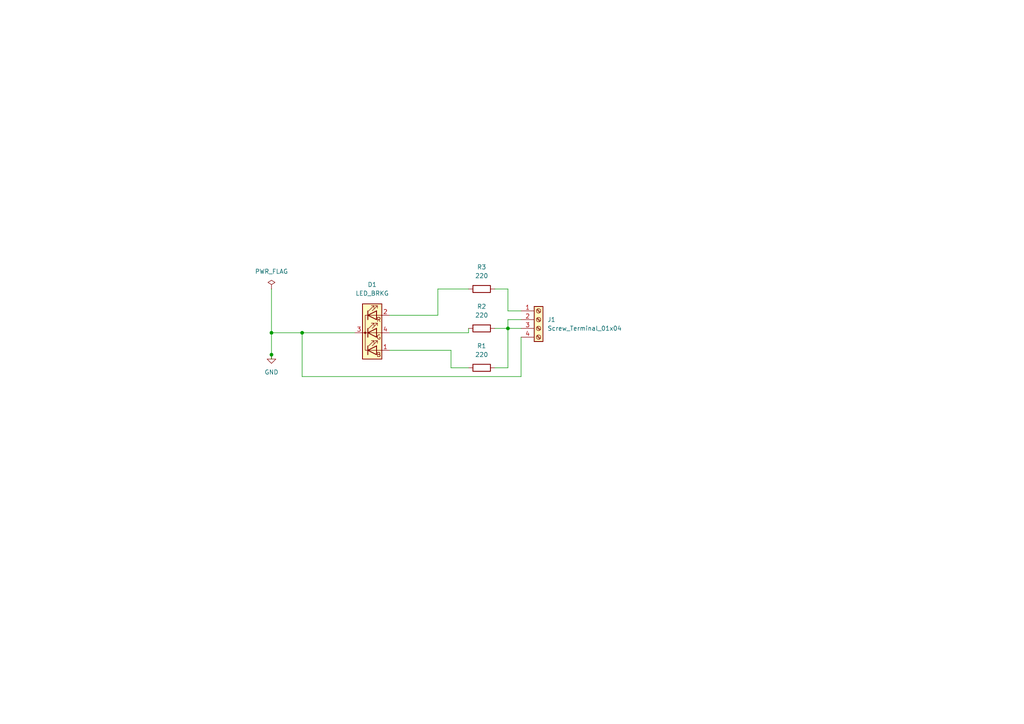
<source format=kicad_sch>
(kicad_sch
	(version 20250114)
	(generator "eeschema")
	(generator_version "9.0")
	(uuid "ff90f4b6-9288-4340-9611-f3d9b6843ac3")
	(paper "A4")
	(lib_symbols
		(symbol "Connector:Screw_Terminal_01x04"
			(pin_names
				(offset 1.016)
				(hide yes)
			)
			(exclude_from_sim no)
			(in_bom yes)
			(on_board yes)
			(property "Reference" "J"
				(at 0 5.08 0)
				(effects
					(font
						(size 1.27 1.27)
					)
				)
			)
			(property "Value" "Screw_Terminal_01x04"
				(at 0 -7.62 0)
				(effects
					(font
						(size 1.27 1.27)
					)
				)
			)
			(property "Footprint" ""
				(at 0 0 0)
				(effects
					(font
						(size 1.27 1.27)
					)
					(hide yes)
				)
			)
			(property "Datasheet" "~"
				(at 0 0 0)
				(effects
					(font
						(size 1.27 1.27)
					)
					(hide yes)
				)
			)
			(property "Description" "Generic screw terminal, single row, 01x04, script generated (kicad-library-utils/schlib/autogen/connector/)"
				(at 0 0 0)
				(effects
					(font
						(size 1.27 1.27)
					)
					(hide yes)
				)
			)
			(property "ki_keywords" "screw terminal"
				(at 0 0 0)
				(effects
					(font
						(size 1.27 1.27)
					)
					(hide yes)
				)
			)
			(property "ki_fp_filters" "TerminalBlock*:*"
				(at 0 0 0)
				(effects
					(font
						(size 1.27 1.27)
					)
					(hide yes)
				)
			)
			(symbol "Screw_Terminal_01x04_1_1"
				(rectangle
					(start -1.27 3.81)
					(end 1.27 -6.35)
					(stroke
						(width 0.254)
						(type default)
					)
					(fill
						(type background)
					)
				)
				(polyline
					(pts
						(xy -0.5334 2.8702) (xy 0.3302 2.032)
					)
					(stroke
						(width 0.1524)
						(type default)
					)
					(fill
						(type none)
					)
				)
				(polyline
					(pts
						(xy -0.5334 0.3302) (xy 0.3302 -0.508)
					)
					(stroke
						(width 0.1524)
						(type default)
					)
					(fill
						(type none)
					)
				)
				(polyline
					(pts
						(xy -0.5334 -2.2098) (xy 0.3302 -3.048)
					)
					(stroke
						(width 0.1524)
						(type default)
					)
					(fill
						(type none)
					)
				)
				(polyline
					(pts
						(xy -0.5334 -4.7498) (xy 0.3302 -5.588)
					)
					(stroke
						(width 0.1524)
						(type default)
					)
					(fill
						(type none)
					)
				)
				(polyline
					(pts
						(xy -0.3556 3.048) (xy 0.508 2.2098)
					)
					(stroke
						(width 0.1524)
						(type default)
					)
					(fill
						(type none)
					)
				)
				(polyline
					(pts
						(xy -0.3556 0.508) (xy 0.508 -0.3302)
					)
					(stroke
						(width 0.1524)
						(type default)
					)
					(fill
						(type none)
					)
				)
				(polyline
					(pts
						(xy -0.3556 -2.032) (xy 0.508 -2.8702)
					)
					(stroke
						(width 0.1524)
						(type default)
					)
					(fill
						(type none)
					)
				)
				(polyline
					(pts
						(xy -0.3556 -4.572) (xy 0.508 -5.4102)
					)
					(stroke
						(width 0.1524)
						(type default)
					)
					(fill
						(type none)
					)
				)
				(circle
					(center 0 2.54)
					(radius 0.635)
					(stroke
						(width 0.1524)
						(type default)
					)
					(fill
						(type none)
					)
				)
				(circle
					(center 0 0)
					(radius 0.635)
					(stroke
						(width 0.1524)
						(type default)
					)
					(fill
						(type none)
					)
				)
				(circle
					(center 0 -2.54)
					(radius 0.635)
					(stroke
						(width 0.1524)
						(type default)
					)
					(fill
						(type none)
					)
				)
				(circle
					(center 0 -5.08)
					(radius 0.635)
					(stroke
						(width 0.1524)
						(type default)
					)
					(fill
						(type none)
					)
				)
				(pin passive line
					(at -5.08 2.54 0)
					(length 3.81)
					(name "Pin_1"
						(effects
							(font
								(size 1.27 1.27)
							)
						)
					)
					(number "1"
						(effects
							(font
								(size 1.27 1.27)
							)
						)
					)
				)
				(pin passive line
					(at -5.08 0 0)
					(length 3.81)
					(name "Pin_2"
						(effects
							(font
								(size 1.27 1.27)
							)
						)
					)
					(number "2"
						(effects
							(font
								(size 1.27 1.27)
							)
						)
					)
				)
				(pin passive line
					(at -5.08 -2.54 0)
					(length 3.81)
					(name "Pin_3"
						(effects
							(font
								(size 1.27 1.27)
							)
						)
					)
					(number "3"
						(effects
							(font
								(size 1.27 1.27)
							)
						)
					)
				)
				(pin passive line
					(at -5.08 -5.08 0)
					(length 3.81)
					(name "Pin_4"
						(effects
							(font
								(size 1.27 1.27)
							)
						)
					)
					(number "4"
						(effects
							(font
								(size 1.27 1.27)
							)
						)
					)
				)
			)
			(embedded_fonts no)
		)
		(symbol "Device:LED_BRKG"
			(pin_names
				(offset 0)
				(hide yes)
			)
			(exclude_from_sim no)
			(in_bom yes)
			(on_board yes)
			(property "Reference" "D"
				(at 0 9.398 0)
				(effects
					(font
						(size 1.27 1.27)
					)
				)
			)
			(property "Value" "LED_BRKG"
				(at 0 -8.89 0)
				(effects
					(font
						(size 1.27 1.27)
					)
				)
			)
			(property "Footprint" ""
				(at 0 -1.27 0)
				(effects
					(font
						(size 1.27 1.27)
					)
					(hide yes)
				)
			)
			(property "Datasheet" "~"
				(at 0 -1.27 0)
				(effects
					(font
						(size 1.27 1.27)
					)
					(hide yes)
				)
			)
			(property "Description" "RGB LED, blue/red/cathode/green"
				(at 0 0 0)
				(effects
					(font
						(size 1.27 1.27)
					)
					(hide yes)
				)
			)
			(property "ki_keywords" "LED RGB diode"
				(at 0 0 0)
				(effects
					(font
						(size 1.27 1.27)
					)
					(hide yes)
				)
			)
			(property "ki_fp_filters" "LED* LED_SMD:* LED_THT:*"
				(at 0 0 0)
				(effects
					(font
						(size 1.27 1.27)
					)
					(hide yes)
				)
			)
			(symbol "LED_BRKG_0_0"
				(text "R"
					(at 1.905 3.81 0)
					(effects
						(font
							(size 1.27 1.27)
						)
					)
				)
				(text "G"
					(at 1.905 -1.27 0)
					(effects
						(font
							(size 1.27 1.27)
						)
					)
				)
				(text "B"
					(at 1.905 -6.35 0)
					(effects
						(font
							(size 1.27 1.27)
						)
					)
				)
			)
			(symbol "LED_BRKG_0_1"
				(circle
					(center -2.032 0)
					(radius 0.254)
					(stroke
						(width 0)
						(type default)
					)
					(fill
						(type outline)
					)
				)
				(polyline
					(pts
						(xy -1.27 6.35) (xy -1.27 3.81)
					)
					(stroke
						(width 0.254)
						(type default)
					)
					(fill
						(type none)
					)
				)
				(polyline
					(pts
						(xy -1.27 6.35) (xy -1.27 3.81) (xy -1.27 3.81)
					)
					(stroke
						(width 0)
						(type default)
					)
					(fill
						(type none)
					)
				)
				(polyline
					(pts
						(xy -1.27 5.08) (xy 1.27 5.08)
					)
					(stroke
						(width 0)
						(type default)
					)
					(fill
						(type none)
					)
				)
				(polyline
					(pts
						(xy -1.27 5.08) (xy -2.032 5.08) (xy -2.032 -5.08) (xy -1.016 -5.08)
					)
					(stroke
						(width 0)
						(type default)
					)
					(fill
						(type none)
					)
				)
				(polyline
					(pts
						(xy -1.27 1.27) (xy -1.27 -1.27)
					)
					(stroke
						(width 0.254)
						(type default)
					)
					(fill
						(type none)
					)
				)
				(polyline
					(pts
						(xy -1.27 1.27) (xy -1.27 -1.27) (xy -1.27 -1.27)
					)
					(stroke
						(width 0)
						(type default)
					)
					(fill
						(type none)
					)
				)
				(polyline
					(pts
						(xy -1.27 0) (xy -2.54 0)
					)
					(stroke
						(width 0)
						(type default)
					)
					(fill
						(type none)
					)
				)
				(polyline
					(pts
						(xy -1.27 -3.81) (xy -1.27 -6.35)
					)
					(stroke
						(width 0.254)
						(type default)
					)
					(fill
						(type none)
					)
				)
				(polyline
					(pts
						(xy -1.27 -5.08) (xy 1.27 -5.08)
					)
					(stroke
						(width 0)
						(type default)
					)
					(fill
						(type none)
					)
				)
				(polyline
					(pts
						(xy -1.016 6.35) (xy 0.508 7.874) (xy -0.254 7.874) (xy 0.508 7.874) (xy 0.508 7.112)
					)
					(stroke
						(width 0)
						(type default)
					)
					(fill
						(type none)
					)
				)
				(polyline
					(pts
						(xy -1.016 1.27) (xy 0.508 2.794) (xy -0.254 2.794) (xy 0.508 2.794) (xy 0.508 2.032)
					)
					(stroke
						(width 0)
						(type default)
					)
					(fill
						(type none)
					)
				)
				(polyline
					(pts
						(xy -1.016 -3.81) (xy 0.508 -2.286) (xy -0.254 -2.286) (xy 0.508 -2.286) (xy 0.508 -3.048)
					)
					(stroke
						(width 0)
						(type default)
					)
					(fill
						(type none)
					)
				)
				(polyline
					(pts
						(xy 0 6.35) (xy 1.524 7.874) (xy 0.762 7.874) (xy 1.524 7.874) (xy 1.524 7.112)
					)
					(stroke
						(width 0)
						(type default)
					)
					(fill
						(type none)
					)
				)
				(polyline
					(pts
						(xy 0 1.27) (xy 1.524 2.794) (xy 0.762 2.794) (xy 1.524 2.794) (xy 1.524 2.032)
					)
					(stroke
						(width 0)
						(type default)
					)
					(fill
						(type none)
					)
				)
				(polyline
					(pts
						(xy 0 -3.81) (xy 1.524 -2.286) (xy 0.762 -2.286) (xy 1.524 -2.286) (xy 1.524 -3.048)
					)
					(stroke
						(width 0)
						(type default)
					)
					(fill
						(type none)
					)
				)
				(polyline
					(pts
						(xy 1.27 6.35) (xy 1.27 3.81) (xy -1.27 5.08) (xy 1.27 6.35)
					)
					(stroke
						(width 0.254)
						(type default)
					)
					(fill
						(type none)
					)
				)
				(rectangle
					(start 1.27 6.35)
					(end 1.27 6.35)
					(stroke
						(width 0)
						(type default)
					)
					(fill
						(type none)
					)
				)
				(polyline
					(pts
						(xy 1.27 5.08) (xy 2.54 5.08)
					)
					(stroke
						(width 0)
						(type default)
					)
					(fill
						(type none)
					)
				)
				(rectangle
					(start 1.27 3.81)
					(end 1.27 6.35)
					(stroke
						(width 0)
						(type default)
					)
					(fill
						(type none)
					)
				)
				(polyline
					(pts
						(xy 1.27 1.27) (xy 1.27 -1.27) (xy -1.27 0) (xy 1.27 1.27)
					)
					(stroke
						(width 0.254)
						(type default)
					)
					(fill
						(type none)
					)
				)
				(rectangle
					(start 1.27 1.27)
					(end 1.27 1.27)
					(stroke
						(width 0)
						(type default)
					)
					(fill
						(type none)
					)
				)
				(polyline
					(pts
						(xy 1.27 0) (xy -1.27 0)
					)
					(stroke
						(width 0)
						(type default)
					)
					(fill
						(type none)
					)
				)
				(polyline
					(pts
						(xy 1.27 0) (xy 2.54 0)
					)
					(stroke
						(width 0)
						(type default)
					)
					(fill
						(type none)
					)
				)
				(rectangle
					(start 1.27 -1.27)
					(end 1.27 1.27)
					(stroke
						(width 0)
						(type default)
					)
					(fill
						(type none)
					)
				)
				(polyline
					(pts
						(xy 1.27 -3.81) (xy 1.27 -6.35) (xy -1.27 -5.08) (xy 1.27 -3.81)
					)
					(stroke
						(width 0.254)
						(type default)
					)
					(fill
						(type none)
					)
				)
				(polyline
					(pts
						(xy 1.27 -5.08) (xy 2.54 -5.08)
					)
					(stroke
						(width 0)
						(type default)
					)
					(fill
						(type none)
					)
				)
				(rectangle
					(start 2.794 8.382)
					(end -2.794 -7.62)
					(stroke
						(width 0.254)
						(type default)
					)
					(fill
						(type background)
					)
				)
			)
			(symbol "LED_BRKG_1_1"
				(pin passive line
					(at -5.08 0 0)
					(length 2.54)
					(name "K"
						(effects
							(font
								(size 1.27 1.27)
							)
						)
					)
					(number "3"
						(effects
							(font
								(size 1.27 1.27)
							)
						)
					)
				)
				(pin passive line
					(at 5.08 5.08 180)
					(length 2.54)
					(name "RA"
						(effects
							(font
								(size 1.27 1.27)
							)
						)
					)
					(number "2"
						(effects
							(font
								(size 1.27 1.27)
							)
						)
					)
				)
				(pin passive line
					(at 5.08 0 180)
					(length 2.54)
					(name "GA"
						(effects
							(font
								(size 1.27 1.27)
							)
						)
					)
					(number "4"
						(effects
							(font
								(size 1.27 1.27)
							)
						)
					)
				)
				(pin passive line
					(at 5.08 -5.08 180)
					(length 2.54)
					(name "BA"
						(effects
							(font
								(size 1.27 1.27)
							)
						)
					)
					(number "1"
						(effects
							(font
								(size 1.27 1.27)
							)
						)
					)
				)
			)
			(embedded_fonts no)
		)
		(symbol "Device:R"
			(pin_numbers
				(hide yes)
			)
			(pin_names
				(offset 0)
			)
			(exclude_from_sim no)
			(in_bom yes)
			(on_board yes)
			(property "Reference" "R"
				(at 2.032 0 90)
				(effects
					(font
						(size 1.27 1.27)
					)
				)
			)
			(property "Value" "R"
				(at 0 0 90)
				(effects
					(font
						(size 1.27 1.27)
					)
				)
			)
			(property "Footprint" ""
				(at -1.778 0 90)
				(effects
					(font
						(size 1.27 1.27)
					)
					(hide yes)
				)
			)
			(property "Datasheet" "~"
				(at 0 0 0)
				(effects
					(font
						(size 1.27 1.27)
					)
					(hide yes)
				)
			)
			(property "Description" "Resistor"
				(at 0 0 0)
				(effects
					(font
						(size 1.27 1.27)
					)
					(hide yes)
				)
			)
			(property "ki_keywords" "R res resistor"
				(at 0 0 0)
				(effects
					(font
						(size 1.27 1.27)
					)
					(hide yes)
				)
			)
			(property "ki_fp_filters" "R_*"
				(at 0 0 0)
				(effects
					(font
						(size 1.27 1.27)
					)
					(hide yes)
				)
			)
			(symbol "R_0_1"
				(rectangle
					(start -1.016 -2.54)
					(end 1.016 2.54)
					(stroke
						(width 0.254)
						(type default)
					)
					(fill
						(type none)
					)
				)
			)
			(symbol "R_1_1"
				(pin passive line
					(at 0 3.81 270)
					(length 1.27)
					(name "~"
						(effects
							(font
								(size 1.27 1.27)
							)
						)
					)
					(number "1"
						(effects
							(font
								(size 1.27 1.27)
							)
						)
					)
				)
				(pin passive line
					(at 0 -3.81 90)
					(length 1.27)
					(name "~"
						(effects
							(font
								(size 1.27 1.27)
							)
						)
					)
					(number "2"
						(effects
							(font
								(size 1.27 1.27)
							)
						)
					)
				)
			)
			(embedded_fonts no)
		)
		(symbol "power:GND"
			(power)
			(pin_numbers
				(hide yes)
			)
			(pin_names
				(offset 0)
				(hide yes)
			)
			(exclude_from_sim no)
			(in_bom yes)
			(on_board yes)
			(property "Reference" "#PWR"
				(at 0 -6.35 0)
				(effects
					(font
						(size 1.27 1.27)
					)
					(hide yes)
				)
			)
			(property "Value" "GND"
				(at 0 -3.81 0)
				(effects
					(font
						(size 1.27 1.27)
					)
				)
			)
			(property "Footprint" ""
				(at 0 0 0)
				(effects
					(font
						(size 1.27 1.27)
					)
					(hide yes)
				)
			)
			(property "Datasheet" ""
				(at 0 0 0)
				(effects
					(font
						(size 1.27 1.27)
					)
					(hide yes)
				)
			)
			(property "Description" "Power symbol creates a global label with name \"GND\" , ground"
				(at 0 0 0)
				(effects
					(font
						(size 1.27 1.27)
					)
					(hide yes)
				)
			)
			(property "ki_keywords" "global power"
				(at 0 0 0)
				(effects
					(font
						(size 1.27 1.27)
					)
					(hide yes)
				)
			)
			(symbol "GND_0_1"
				(polyline
					(pts
						(xy 0 0) (xy 0 -1.27) (xy 1.27 -1.27) (xy 0 -2.54) (xy -1.27 -1.27) (xy 0 -1.27)
					)
					(stroke
						(width 0)
						(type default)
					)
					(fill
						(type none)
					)
				)
			)
			(symbol "GND_1_1"
				(pin power_in line
					(at 0 0 270)
					(length 0)
					(name "~"
						(effects
							(font
								(size 1.27 1.27)
							)
						)
					)
					(number "1"
						(effects
							(font
								(size 1.27 1.27)
							)
						)
					)
				)
			)
			(embedded_fonts no)
		)
		(symbol "power:PWR_FLAG"
			(power)
			(pin_numbers
				(hide yes)
			)
			(pin_names
				(offset 0)
				(hide yes)
			)
			(exclude_from_sim no)
			(in_bom yes)
			(on_board yes)
			(property "Reference" "#FLG"
				(at 0 1.905 0)
				(effects
					(font
						(size 1.27 1.27)
					)
					(hide yes)
				)
			)
			(property "Value" "PWR_FLAG"
				(at 0 3.81 0)
				(effects
					(font
						(size 1.27 1.27)
					)
				)
			)
			(property "Footprint" ""
				(at 0 0 0)
				(effects
					(font
						(size 1.27 1.27)
					)
					(hide yes)
				)
			)
			(property "Datasheet" "~"
				(at 0 0 0)
				(effects
					(font
						(size 1.27 1.27)
					)
					(hide yes)
				)
			)
			(property "Description" "Special symbol for telling ERC where power comes from"
				(at 0 0 0)
				(effects
					(font
						(size 1.27 1.27)
					)
					(hide yes)
				)
			)
			(property "ki_keywords" "flag power"
				(at 0 0 0)
				(effects
					(font
						(size 1.27 1.27)
					)
					(hide yes)
				)
			)
			(symbol "PWR_FLAG_0_0"
				(pin power_out line
					(at 0 0 90)
					(length 0)
					(name "~"
						(effects
							(font
								(size 1.27 1.27)
							)
						)
					)
					(number "1"
						(effects
							(font
								(size 1.27 1.27)
							)
						)
					)
				)
			)
			(symbol "PWR_FLAG_0_1"
				(polyline
					(pts
						(xy 0 0) (xy 0 1.27) (xy -1.016 1.905) (xy 0 2.54) (xy 1.016 1.905) (xy 0 1.27)
					)
					(stroke
						(width 0)
						(type default)
					)
					(fill
						(type none)
					)
				)
			)
			(embedded_fonts no)
		)
	)
	(junction
		(at 78.74 96.52)
		(diameter 0)
		(color 0 0 0 0)
		(uuid "5b26f1ff-58d5-4e88-bf3a-b505568085d3")
	)
	(junction
		(at 147.32 95.25)
		(diameter 0)
		(color 0 0 0 0)
		(uuid "7ffd39f1-be30-4616-ad24-385be80a5495")
	)
	(junction
		(at 87.63 96.52)
		(diameter 0)
		(color 0 0 0 0)
		(uuid "88d3430d-9e49-41ac-b57b-d82a7ead4a83")
	)
	(junction
		(at 78.74 102.87)
		(diameter 0)
		(color 0 0 0 0)
		(uuid "da7d2f34-76b1-4d0b-bdc3-c9eec928c35c")
	)
	(wire
		(pts
			(xy 151.13 97.79) (xy 151.13 109.22)
		)
		(stroke
			(width 0)
			(type default)
		)
		(uuid "036fcaf9-65a1-4615-a0c0-87224308f2cf")
	)
	(wire
		(pts
			(xy 151.13 109.22) (xy 87.63 109.22)
		)
		(stroke
			(width 0)
			(type default)
		)
		(uuid "06b48201-5821-47b6-a992-e6934a7fe365")
	)
	(wire
		(pts
			(xy 87.63 109.22) (xy 87.63 96.52)
		)
		(stroke
			(width 0)
			(type default)
		)
		(uuid "0b387b7e-5e2f-48cd-a0ff-6f31d10a5712")
	)
	(wire
		(pts
			(xy 147.32 95.25) (xy 147.32 106.68)
		)
		(stroke
			(width 0)
			(type default)
		)
		(uuid "113d2eef-275f-45ef-ac5c-5b96421b07f5")
	)
	(wire
		(pts
			(xy 113.03 96.52) (xy 135.89 96.52)
		)
		(stroke
			(width 0)
			(type default)
		)
		(uuid "1beebf54-a13b-4069-a161-71eca7dabf4e")
	)
	(wire
		(pts
			(xy 147.32 90.17) (xy 151.13 90.17)
		)
		(stroke
			(width 0)
			(type default)
		)
		(uuid "1cd27eab-dd6f-4231-93b2-5f11c2cf5a9b")
	)
	(wire
		(pts
			(xy 143.51 83.82) (xy 147.32 83.82)
		)
		(stroke
			(width 0)
			(type default)
		)
		(uuid "1fa4935d-42d2-48dc-a3dc-e08ca7f1e007")
	)
	(wire
		(pts
			(xy 130.81 101.6) (xy 130.81 106.68)
		)
		(stroke
			(width 0)
			(type default)
		)
		(uuid "29208a5d-4bf2-40af-ab5e-d08fc4477ef1")
	)
	(wire
		(pts
			(xy 147.32 106.68) (xy 143.51 106.68)
		)
		(stroke
			(width 0)
			(type default)
		)
		(uuid "32ab883f-7be6-4a85-a082-26e330db220c")
	)
	(wire
		(pts
			(xy 87.63 96.52) (xy 102.87 96.52)
		)
		(stroke
			(width 0)
			(type default)
		)
		(uuid "398aca63-aa8d-445e-aae1-f8298becc806")
	)
	(wire
		(pts
			(xy 135.89 96.52) (xy 135.89 95.25)
		)
		(stroke
			(width 0)
			(type default)
		)
		(uuid "63fd4ec0-472c-4c78-97e6-5b326208425b")
	)
	(wire
		(pts
			(xy 78.74 102.87) (xy 78.74 104.14)
		)
		(stroke
			(width 0)
			(type default)
		)
		(uuid "653c0778-5468-41b8-971e-ba788bfbe9c6")
	)
	(wire
		(pts
			(xy 127 83.82) (xy 135.89 83.82)
		)
		(stroke
			(width 0)
			(type default)
		)
		(uuid "6888c157-b4ce-4cf4-8d0e-adf20ed03b9a")
	)
	(wire
		(pts
			(xy 113.03 91.44) (xy 127 91.44)
		)
		(stroke
			(width 0)
			(type default)
		)
		(uuid "80bf5705-b4ea-4ab4-a674-17f6288742c4")
	)
	(wire
		(pts
			(xy 127 91.44) (xy 127 83.82)
		)
		(stroke
			(width 0)
			(type default)
		)
		(uuid "882bc998-577b-4f42-94da-e4d5d16a10de")
	)
	(wire
		(pts
			(xy 143.51 95.25) (xy 147.32 95.25)
		)
		(stroke
			(width 0)
			(type default)
		)
		(uuid "886306cc-ca39-415f-ae91-72b7a647ccd5")
	)
	(wire
		(pts
			(xy 147.32 92.71) (xy 151.13 92.71)
		)
		(stroke
			(width 0)
			(type default)
		)
		(uuid "96e17863-2321-42c6-b456-012fa19a7d70")
	)
	(wire
		(pts
			(xy 78.74 83.82) (xy 78.74 96.52)
		)
		(stroke
			(width 0)
			(type default)
		)
		(uuid "9f1c0192-c471-45b0-95de-e579adbd0c6b")
	)
	(wire
		(pts
			(xy 78.74 96.52) (xy 87.63 96.52)
		)
		(stroke
			(width 0)
			(type default)
		)
		(uuid "a1445285-3f21-4873-8aec-0e130f98268f")
	)
	(wire
		(pts
			(xy 78.74 96.52) (xy 78.74 102.87)
		)
		(stroke
			(width 0)
			(type default)
		)
		(uuid "afa8f546-4ab7-4a2a-beb9-159536dc1baa")
	)
	(wire
		(pts
			(xy 113.03 101.6) (xy 130.81 101.6)
		)
		(stroke
			(width 0)
			(type default)
		)
		(uuid "b2869618-4f39-46fe-98fe-a418537bc7c2")
	)
	(wire
		(pts
			(xy 147.32 83.82) (xy 147.32 90.17)
		)
		(stroke
			(width 0)
			(type default)
		)
		(uuid "c6ba8583-d1e7-4109-b0c4-38efb84e4da4")
	)
	(wire
		(pts
			(xy 151.13 95.25) (xy 147.32 95.25)
		)
		(stroke
			(width 0)
			(type default)
		)
		(uuid "cd3fd932-3116-434c-9973-91eb711ce636")
	)
	(wire
		(pts
			(xy 130.81 106.68) (xy 135.89 106.68)
		)
		(stroke
			(width 0)
			(type default)
		)
		(uuid "cff1f7de-62d4-445e-8dac-39b7f54d4aa0")
	)
	(wire
		(pts
			(xy 147.32 95.25) (xy 147.32 92.71)
		)
		(stroke
			(width 0)
			(type default)
		)
		(uuid "edc8c6f7-b453-4f6b-87a9-f6ac6124541b")
	)
	(symbol
		(lib_id "Device:R")
		(at 139.7 106.68 270)
		(unit 1)
		(exclude_from_sim no)
		(in_bom yes)
		(on_board yes)
		(dnp no)
		(uuid "0792a422-2b17-4011-a621-7a9bd3776c76")
		(property "Reference" "R1"
			(at 139.7 100.33 90)
			(effects
				(font
					(size 1.27 1.27)
				)
			)
		)
		(property "Value" "220"
			(at 139.7 102.87 90)
			(effects
				(font
					(size 1.27 1.27)
				)
			)
		)
		(property "Footprint" "Resistor_SMD:R_0805_2012Metric"
			(at 139.7 104.902 90)
			(effects
				(font
					(size 1.27 1.27)
				)
				(hide yes)
			)
		)
		(property "Datasheet" "~"
			(at 139.7 106.68 0)
			(effects
				(font
					(size 1.27 1.27)
				)
				(hide yes)
			)
		)
		(property "Description" "Resistor"
			(at 139.7 106.68 0)
			(effects
				(font
					(size 1.27 1.27)
				)
				(hide yes)
			)
		)
		(pin "2"
			(uuid "7883b549-ac7b-47fd-921d-266051ea2bb3")
		)
		(pin "1"
			(uuid "d278346f-8e58-47a5-a0dc-59fb7553bbba")
		)
		(instances
			(project ""
				(path "/ff90f4b6-9288-4340-9611-f3d9b6843ac3"
					(reference "R1")
					(unit 1)
				)
			)
		)
	)
	(symbol
		(lib_id "power:PWR_FLAG")
		(at 78.74 83.82 0)
		(unit 1)
		(exclude_from_sim no)
		(in_bom yes)
		(on_board yes)
		(dnp no)
		(fields_autoplaced yes)
		(uuid "36426e77-e972-4a70-9532-fbe8941a1f43")
		(property "Reference" "#FLG01"
			(at 78.74 81.915 0)
			(effects
				(font
					(size 1.27 1.27)
				)
				(hide yes)
			)
		)
		(property "Value" "PWR_FLAG"
			(at 78.74 78.74 0)
			(effects
				(font
					(size 1.27 1.27)
				)
			)
		)
		(property "Footprint" ""
			(at 78.74 83.82 0)
			(effects
				(font
					(size 1.27 1.27)
				)
				(hide yes)
			)
		)
		(property "Datasheet" "~"
			(at 78.74 83.82 0)
			(effects
				(font
					(size 1.27 1.27)
				)
				(hide yes)
			)
		)
		(property "Description" "Special symbol for telling ERC where power comes from"
			(at 78.74 83.82 0)
			(effects
				(font
					(size 1.27 1.27)
				)
				(hide yes)
			)
		)
		(pin "1"
			(uuid "a52eb72c-fb54-4e79-919c-4068984d0c6d")
		)
		(instances
			(project ""
				(path "/ff90f4b6-9288-4340-9611-f3d9b6843ac3"
					(reference "#FLG01")
					(unit 1)
				)
			)
		)
	)
	(symbol
		(lib_id "Device:R")
		(at 139.7 83.82 270)
		(unit 1)
		(exclude_from_sim no)
		(in_bom yes)
		(on_board yes)
		(dnp no)
		(fields_autoplaced yes)
		(uuid "3d8de127-3f1a-4938-af00-52673f93065b")
		(property "Reference" "R3"
			(at 139.7 77.47 90)
			(effects
				(font
					(size 1.27 1.27)
				)
			)
		)
		(property "Value" "220"
			(at 139.7 80.01 90)
			(effects
				(font
					(size 1.27 1.27)
				)
			)
		)
		(property "Footprint" "Resistor_SMD:R_0805_2012Metric"
			(at 139.7 82.042 90)
			(effects
				(font
					(size 1.27 1.27)
				)
				(hide yes)
			)
		)
		(property "Datasheet" "~"
			(at 139.7 83.82 0)
			(effects
				(font
					(size 1.27 1.27)
				)
				(hide yes)
			)
		)
		(property "Description" "Resistor"
			(at 139.7 83.82 0)
			(effects
				(font
					(size 1.27 1.27)
				)
				(hide yes)
			)
		)
		(pin "1"
			(uuid "8239c03c-2d65-4c13-815b-b38ea81b5851")
		)
		(pin "2"
			(uuid "df919f15-6b11-45e4-8840-144a80432af4")
		)
		(instances
			(project ""
				(path "/ff90f4b6-9288-4340-9611-f3d9b6843ac3"
					(reference "R3")
					(unit 1)
				)
			)
		)
	)
	(symbol
		(lib_id "power:GND")
		(at 78.74 102.87 0)
		(unit 1)
		(exclude_from_sim no)
		(in_bom yes)
		(on_board yes)
		(dnp no)
		(fields_autoplaced yes)
		(uuid "4b687406-24d6-4c01-82a8-2b58c6497a4e")
		(property "Reference" "#PWR01"
			(at 78.74 109.22 0)
			(effects
				(font
					(size 1.27 1.27)
				)
				(hide yes)
			)
		)
		(property "Value" "GND"
			(at 78.74 107.95 0)
			(effects
				(font
					(size 1.27 1.27)
				)
			)
		)
		(property "Footprint" ""
			(at 78.74 102.87 0)
			(effects
				(font
					(size 1.27 1.27)
				)
				(hide yes)
			)
		)
		(property "Datasheet" ""
			(at 78.74 102.87 0)
			(effects
				(font
					(size 1.27 1.27)
				)
				(hide yes)
			)
		)
		(property "Description" "Power symbol creates a global label with name \"GND\" , ground"
			(at 78.74 102.87 0)
			(effects
				(font
					(size 1.27 1.27)
				)
				(hide yes)
			)
		)
		(pin "1"
			(uuid "e20f3fa5-cb56-4b07-81a8-f6eafd43cc7c")
		)
		(instances
			(project ""
				(path "/ff90f4b6-9288-4340-9611-f3d9b6843ac3"
					(reference "#PWR01")
					(unit 1)
				)
			)
		)
	)
	(symbol
		(lib_id "Device:LED_BRKG")
		(at 107.95 96.52 0)
		(unit 1)
		(exclude_from_sim no)
		(in_bom yes)
		(on_board yes)
		(dnp no)
		(fields_autoplaced yes)
		(uuid "6c1194c3-351d-475e-9ca3-534ca4b86e7f")
		(property "Reference" "D1"
			(at 107.95 82.55 0)
			(effects
				(font
					(size 1.27 1.27)
				)
			)
		)
		(property "Value" "LED_BRKG"
			(at 107.95 85.09 0)
			(effects
				(font
					(size 1.27 1.27)
				)
			)
		)
		(property "Footprint" "LED_SMD:LED_RGB_1210"
			(at 107.95 97.79 0)
			(effects
				(font
					(size 1.27 1.27)
				)
				(hide yes)
			)
		)
		(property "Datasheet" "~"
			(at 107.95 97.79 0)
			(effects
				(font
					(size 1.27 1.27)
				)
				(hide yes)
			)
		)
		(property "Description" "RGB LED, blue/red/cathode/green"
			(at 107.95 96.52 0)
			(effects
				(font
					(size 1.27 1.27)
				)
				(hide yes)
			)
		)
		(pin "1"
			(uuid "99ff90bc-3eba-432e-a692-5dce0e00768e")
		)
		(pin "2"
			(uuid "abff7338-8ac8-4c64-aa22-6df638ddaffa")
		)
		(pin "3"
			(uuid "4ef23b0e-af23-4a2e-8aaf-8e27ebd97738")
		)
		(pin "4"
			(uuid "77acaef8-6161-4116-b4f8-f3bfb0a49c61")
		)
		(instances
			(project ""
				(path "/ff90f4b6-9288-4340-9611-f3d9b6843ac3"
					(reference "D1")
					(unit 1)
				)
			)
		)
	)
	(symbol
		(lib_id "Device:R")
		(at 139.7 95.25 270)
		(unit 1)
		(exclude_from_sim no)
		(in_bom yes)
		(on_board yes)
		(dnp no)
		(fields_autoplaced yes)
		(uuid "e135a2de-da72-4151-9bd3-18d20f35138a")
		(property "Reference" "R2"
			(at 139.7 88.9 90)
			(effects
				(font
					(size 1.27 1.27)
				)
			)
		)
		(property "Value" "220"
			(at 139.7 91.44 90)
			(effects
				(font
					(size 1.27 1.27)
				)
			)
		)
		(property "Footprint" "Resistor_SMD:R_0805_2012Metric"
			(at 139.7 93.472 90)
			(effects
				(font
					(size 1.27 1.27)
				)
				(hide yes)
			)
		)
		(property "Datasheet" "~"
			(at 139.7 95.25 0)
			(effects
				(font
					(size 1.27 1.27)
				)
				(hide yes)
			)
		)
		(property "Description" "Resistor"
			(at 139.7 95.25 0)
			(effects
				(font
					(size 1.27 1.27)
				)
				(hide yes)
			)
		)
		(pin "1"
			(uuid "7f93cf6a-a256-4782-95df-2373e6c0587d")
		)
		(pin "2"
			(uuid "5cfbfd23-2072-47a6-a101-536dd5471952")
		)
		(instances
			(project ""
				(path "/ff90f4b6-9288-4340-9611-f3d9b6843ac3"
					(reference "R2")
					(unit 1)
				)
			)
		)
	)
	(symbol
		(lib_id "Connector:Screw_Terminal_01x04")
		(at 156.21 92.71 0)
		(unit 1)
		(exclude_from_sim no)
		(in_bom yes)
		(on_board yes)
		(dnp no)
		(fields_autoplaced yes)
		(uuid "f9473064-b05a-4055-8d5e-870ef7154c31")
		(property "Reference" "J1"
			(at 158.75 92.7099 0)
			(effects
				(font
					(size 1.27 1.27)
				)
				(justify left)
			)
		)
		(property "Value" "Screw_Terminal_01x04"
			(at 158.75 95.2499 0)
			(effects
				(font
					(size 1.27 1.27)
				)
				(justify left)
			)
		)
		(property "Footprint" "TerminalBlock_Phoenix:TerminalBlock_Phoenix_MKDS-1,5-4-5.08_1x04_P5.08mm_Horizontal"
			(at 156.21 92.71 0)
			(effects
				(font
					(size 1.27 1.27)
				)
				(hide yes)
			)
		)
		(property "Datasheet" "~"
			(at 156.21 92.71 0)
			(effects
				(font
					(size 1.27 1.27)
				)
				(hide yes)
			)
		)
		(property "Description" "Generic screw terminal, single row, 01x04, script generated (kicad-library-utils/schlib/autogen/connector/)"
			(at 156.21 92.71 0)
			(effects
				(font
					(size 1.27 1.27)
				)
				(hide yes)
			)
		)
		(pin "2"
			(uuid "45600552-1424-4a4c-8128-c1134611d21b")
		)
		(pin "1"
			(uuid "28875b1b-5fb5-44d9-aebf-376e6640a288")
		)
		(pin "3"
			(uuid "04429a55-2ada-440b-a739-8d0f56e0e9a2")
		)
		(pin "4"
			(uuid "50341cf8-eaa5-4eaf-9b01-15f19c4679fc")
		)
		(instances
			(project ""
				(path "/ff90f4b6-9288-4340-9611-f3d9b6843ac3"
					(reference "J1")
					(unit 1)
				)
			)
		)
	)
	(sheet_instances
		(path "/"
			(page "1")
		)
	)
	(embedded_fonts no)
)

</source>
